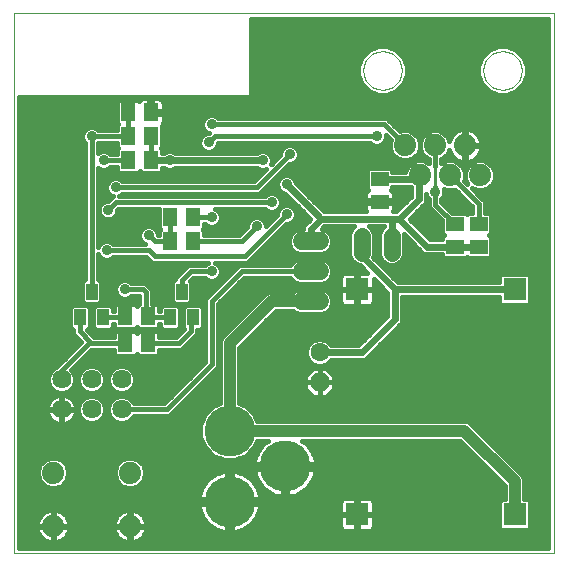
<source format=gbl>
G75*
G70*
%OFA0B0*%
%FSLAX24Y24*%
%IPPOS*%
%LPD*%
%AMOC8*
5,1,8,0,0,1.08239X$1,22.5*
%
%ADD10C,0.0000*%
%ADD11C,0.0740*%
%ADD12R,0.0760X0.0760*%
%ADD13OC8,0.0630*%
%ADD14C,0.0630*%
%ADD15C,0.1700*%
%ADD16R,0.0591X0.0512*%
%ADD17R,0.0394X0.0551*%
%ADD18R,0.0512X0.0591*%
%ADD19C,0.0560*%
%ADD20C,0.0600*%
%ADD21C,0.0640*%
%ADD22C,0.0160*%
%ADD23C,0.1660*%
%ADD24C,0.0356*%
%ADD25C,0.0400*%
%ADD26C,0.0240*%
%ADD27C,0.0100*%
D10*
X000280Y001800D02*
X000280Y019800D01*
X018280Y019800D01*
X018280Y001800D01*
X000280Y001800D01*
X011940Y017900D02*
X011942Y017950D01*
X011948Y018000D01*
X011958Y018049D01*
X011971Y018098D01*
X011989Y018145D01*
X012010Y018191D01*
X012034Y018234D01*
X012062Y018276D01*
X012093Y018316D01*
X012127Y018353D01*
X012164Y018387D01*
X012204Y018418D01*
X012246Y018446D01*
X012289Y018470D01*
X012335Y018491D01*
X012382Y018509D01*
X012431Y018522D01*
X012480Y018532D01*
X012530Y018538D01*
X012580Y018540D01*
X012630Y018538D01*
X012680Y018532D01*
X012729Y018522D01*
X012778Y018509D01*
X012825Y018491D01*
X012871Y018470D01*
X012914Y018446D01*
X012956Y018418D01*
X012996Y018387D01*
X013033Y018353D01*
X013067Y018316D01*
X013098Y018276D01*
X013126Y018234D01*
X013150Y018191D01*
X013171Y018145D01*
X013189Y018098D01*
X013202Y018049D01*
X013212Y018000D01*
X013218Y017950D01*
X013220Y017900D01*
X013218Y017850D01*
X013212Y017800D01*
X013202Y017751D01*
X013189Y017702D01*
X013171Y017655D01*
X013150Y017609D01*
X013126Y017566D01*
X013098Y017524D01*
X013067Y017484D01*
X013033Y017447D01*
X012996Y017413D01*
X012956Y017382D01*
X012914Y017354D01*
X012871Y017330D01*
X012825Y017309D01*
X012778Y017291D01*
X012729Y017278D01*
X012680Y017268D01*
X012630Y017262D01*
X012580Y017260D01*
X012530Y017262D01*
X012480Y017268D01*
X012431Y017278D01*
X012382Y017291D01*
X012335Y017309D01*
X012289Y017330D01*
X012246Y017354D01*
X012204Y017382D01*
X012164Y017413D01*
X012127Y017447D01*
X012093Y017484D01*
X012062Y017524D01*
X012034Y017566D01*
X012010Y017609D01*
X011989Y017655D01*
X011971Y017702D01*
X011958Y017751D01*
X011948Y017800D01*
X011942Y017850D01*
X011940Y017900D01*
X015940Y017900D02*
X015942Y017950D01*
X015948Y018000D01*
X015958Y018049D01*
X015971Y018098D01*
X015989Y018145D01*
X016010Y018191D01*
X016034Y018234D01*
X016062Y018276D01*
X016093Y018316D01*
X016127Y018353D01*
X016164Y018387D01*
X016204Y018418D01*
X016246Y018446D01*
X016289Y018470D01*
X016335Y018491D01*
X016382Y018509D01*
X016431Y018522D01*
X016480Y018532D01*
X016530Y018538D01*
X016580Y018540D01*
X016630Y018538D01*
X016680Y018532D01*
X016729Y018522D01*
X016778Y018509D01*
X016825Y018491D01*
X016871Y018470D01*
X016914Y018446D01*
X016956Y018418D01*
X016996Y018387D01*
X017033Y018353D01*
X017067Y018316D01*
X017098Y018276D01*
X017126Y018234D01*
X017150Y018191D01*
X017171Y018145D01*
X017189Y018098D01*
X017202Y018049D01*
X017212Y018000D01*
X017218Y017950D01*
X017220Y017900D01*
X017218Y017850D01*
X017212Y017800D01*
X017202Y017751D01*
X017189Y017702D01*
X017171Y017655D01*
X017150Y017609D01*
X017126Y017566D01*
X017098Y017524D01*
X017067Y017484D01*
X017033Y017447D01*
X016996Y017413D01*
X016956Y017382D01*
X016914Y017354D01*
X016871Y017330D01*
X016825Y017309D01*
X016778Y017291D01*
X016729Y017278D01*
X016680Y017268D01*
X016630Y017262D01*
X016580Y017260D01*
X016530Y017262D01*
X016480Y017268D01*
X016431Y017278D01*
X016382Y017291D01*
X016335Y017309D01*
X016289Y017330D01*
X016246Y017354D01*
X016204Y017382D01*
X016164Y017413D01*
X016127Y017447D01*
X016093Y017484D01*
X016062Y017524D01*
X016034Y017566D01*
X016010Y017609D01*
X015989Y017655D01*
X015971Y017702D01*
X015958Y017751D01*
X015948Y017800D01*
X015942Y017850D01*
X015940Y017900D01*
D11*
X015330Y015400D03*
X014330Y015400D03*
X013830Y014400D03*
X014830Y014400D03*
X015830Y014400D03*
X013330Y015400D03*
X004160Y004490D03*
X004160Y002710D03*
X001600Y002710D03*
X001600Y004490D03*
D12*
X011730Y003100D03*
X016980Y003100D03*
X016980Y010600D03*
X011730Y010600D03*
D13*
X010480Y007500D03*
D14*
X010480Y008500D03*
D15*
X007480Y005894D03*
X009330Y004713D03*
X007480Y003531D03*
D16*
X014980Y012026D03*
X014980Y012774D03*
X015780Y012774D03*
X015780Y012026D03*
X012480Y013526D03*
X012480Y014274D03*
D17*
X006254Y009667D03*
X005506Y009667D03*
X005880Y010533D03*
X003254Y009667D03*
X002506Y009667D03*
X002880Y010533D03*
D18*
X004006Y009700D03*
X004754Y009700D03*
X004754Y008800D03*
X004006Y008800D03*
X005506Y012200D03*
X006254Y012200D03*
X006254Y013000D03*
X005506Y013000D03*
X004854Y014900D03*
X004854Y015700D03*
X004106Y015700D03*
X004106Y014900D03*
X004106Y016500D03*
X004854Y016500D03*
D19*
X011880Y012380D02*
X011880Y011820D01*
X012880Y011820D02*
X012880Y012380D01*
D20*
X010480Y012200D02*
X009880Y012200D01*
X009880Y011200D02*
X010480Y011200D01*
X010480Y010200D02*
X009880Y010200D01*
D21*
X003880Y007600D03*
X003880Y006600D03*
X002880Y006600D03*
X002880Y007600D03*
X001880Y007600D03*
X001880Y006600D03*
D22*
X001889Y006609D02*
X001871Y006609D01*
X001871Y007100D01*
X001841Y007100D01*
X001763Y007088D01*
X001688Y007063D01*
X001618Y007028D01*
X001554Y006981D01*
X001499Y006926D01*
X001452Y006862D01*
X001417Y006792D01*
X001392Y006717D01*
X001380Y006639D01*
X001380Y006609D01*
X001871Y006609D01*
X001871Y006591D01*
X001380Y006591D01*
X001380Y006561D01*
X001392Y006483D01*
X001417Y006408D01*
X001452Y006338D01*
X001499Y006274D01*
X001554Y006219D01*
X001618Y006172D01*
X001688Y006137D01*
X001763Y006112D01*
X001841Y006100D01*
X001871Y006100D01*
X001871Y006591D01*
X001889Y006591D01*
X001889Y006609D01*
X001889Y007100D01*
X001919Y007100D01*
X001997Y007088D01*
X002072Y007063D01*
X002142Y007028D01*
X002206Y006981D01*
X002261Y006926D01*
X002308Y006862D01*
X002343Y006792D01*
X002368Y006717D01*
X002380Y006639D01*
X002380Y006609D01*
X001889Y006609D01*
X001889Y006591D02*
X002380Y006591D01*
X002380Y006561D01*
X002368Y006483D01*
X002343Y006408D01*
X002308Y006338D01*
X002261Y006274D01*
X002206Y006219D01*
X002142Y006172D01*
X002072Y006137D01*
X001997Y006112D01*
X001919Y006100D01*
X001889Y006100D01*
X001889Y006591D01*
X001889Y006555D02*
X001871Y006555D01*
X001871Y006397D02*
X001889Y006397D01*
X001889Y006238D02*
X001871Y006238D01*
X002225Y006238D02*
X002606Y006238D01*
X002625Y006219D02*
X002790Y006150D01*
X002970Y006150D01*
X003135Y006219D01*
X003261Y006345D01*
X003330Y006510D01*
X003330Y006690D01*
X003261Y006855D01*
X003135Y006981D01*
X002970Y007050D01*
X002790Y007050D01*
X002625Y006981D01*
X002499Y006855D01*
X002430Y006690D01*
X002430Y006510D01*
X002499Y006345D01*
X002625Y006219D01*
X002477Y006397D02*
X002337Y006397D01*
X002379Y006555D02*
X002430Y006555D01*
X002440Y006714D02*
X002368Y006714D01*
X002300Y006872D02*
X002516Y006872D01*
X002743Y007031D02*
X002136Y007031D01*
X002064Y007189D02*
X002696Y007189D01*
X002625Y007219D02*
X002790Y007150D01*
X002970Y007150D01*
X003135Y007219D01*
X003261Y007345D01*
X003330Y007510D01*
X003330Y007690D01*
X003261Y007855D01*
X003135Y007981D01*
X002970Y008050D01*
X002790Y008050D01*
X002625Y007981D01*
X002499Y007855D01*
X002430Y007690D01*
X002430Y007510D01*
X002499Y007345D01*
X002625Y007219D01*
X002498Y007348D02*
X002262Y007348D01*
X002261Y007345D02*
X002330Y007510D01*
X002330Y007690D01*
X002261Y007855D01*
X002197Y007920D01*
X002867Y008590D01*
X003620Y008590D01*
X003620Y008451D01*
X003696Y008375D01*
X004316Y008375D01*
X004380Y008439D01*
X004444Y008375D01*
X005064Y008375D01*
X005140Y008451D01*
X005140Y008590D01*
X005867Y008590D01*
X006267Y008990D01*
X006390Y009113D01*
X006390Y009261D01*
X006505Y009261D01*
X006581Y009337D01*
X006581Y009996D01*
X006505Y010073D01*
X006003Y010073D01*
X005927Y009996D01*
X005927Y009337D01*
X005970Y009295D01*
X005970Y009287D01*
X005693Y009010D01*
X005140Y009010D01*
X005140Y009149D01*
X005064Y009225D01*
X004444Y009225D01*
X004380Y009161D01*
X004316Y009225D01*
X003696Y009225D01*
X003620Y009149D01*
X003620Y009010D01*
X002967Y009010D01*
X002917Y009060D01*
X002716Y009261D01*
X002757Y009261D01*
X002833Y009337D01*
X002833Y009996D01*
X002757Y010073D01*
X002255Y010073D01*
X002179Y009996D01*
X002179Y009337D01*
X002255Y009261D01*
X002270Y009261D01*
X002270Y009113D01*
X002393Y008990D01*
X002533Y008850D01*
X001692Y008009D01*
X001625Y007981D01*
X001499Y007855D01*
X001430Y007690D01*
X001430Y007510D01*
X001499Y007345D01*
X001625Y007219D01*
X001790Y007150D01*
X001970Y007150D01*
X002135Y007219D01*
X002261Y007345D01*
X002328Y007506D02*
X002432Y007506D01*
X002430Y007665D02*
X002330Y007665D01*
X002275Y007823D02*
X002485Y007823D01*
X002625Y007982D02*
X002258Y007982D01*
X002417Y008140D02*
X006623Y008140D01*
X006670Y008187D02*
X005293Y006810D01*
X004280Y006810D01*
X004261Y006855D01*
X004135Y006981D01*
X003970Y007050D01*
X003790Y007050D01*
X003625Y006981D01*
X003499Y006855D01*
X003430Y006690D01*
X003430Y006510D01*
X003499Y006345D01*
X003625Y006219D01*
X003790Y006150D01*
X003970Y006150D01*
X004135Y006219D01*
X004261Y006345D01*
X004280Y006390D01*
X005467Y006390D01*
X006967Y007890D01*
X007090Y008013D01*
X007090Y010113D01*
X007967Y010990D01*
X009502Y010990D01*
X009515Y010956D01*
X009636Y010835D01*
X009794Y010770D01*
X010566Y010770D01*
X010724Y010835D01*
X010845Y010956D01*
X010910Y011114D01*
X010910Y011286D01*
X010845Y011444D01*
X010724Y011565D01*
X010566Y011630D01*
X009794Y011630D01*
X009636Y011565D01*
X009515Y011444D01*
X009502Y011410D01*
X007793Y011410D01*
X007670Y011287D01*
X006670Y010287D01*
X006670Y008187D01*
X006670Y008299D02*
X002575Y008299D01*
X002734Y008457D02*
X003620Y008457D01*
X003790Y008050D02*
X003625Y007981D01*
X003499Y007855D01*
X003430Y007690D01*
X003430Y007510D01*
X003499Y007345D01*
X003625Y007219D01*
X003790Y007150D01*
X003970Y007150D01*
X004135Y007219D01*
X004261Y007345D01*
X004330Y007510D01*
X004330Y007690D01*
X004261Y007855D01*
X004135Y007981D01*
X003970Y008050D01*
X003790Y008050D01*
X003625Y007982D02*
X003135Y007982D01*
X003275Y007823D02*
X003485Y007823D01*
X003430Y007665D02*
X003330Y007665D01*
X003328Y007506D02*
X003432Y007506D01*
X003498Y007348D02*
X003262Y007348D01*
X003064Y007189D02*
X003696Y007189D01*
X003743Y007031D02*
X003017Y007031D01*
X003244Y006872D02*
X003516Y006872D01*
X003440Y006714D02*
X003320Y006714D01*
X003330Y006555D02*
X003430Y006555D01*
X003477Y006397D02*
X003283Y006397D01*
X003154Y006238D02*
X003606Y006238D01*
X003880Y006600D02*
X005380Y006600D01*
X006880Y008100D01*
X006880Y010200D01*
X007880Y011200D01*
X010180Y011200D01*
X009787Y011627D02*
X008204Y011627D01*
X008067Y011490D02*
X009369Y012792D01*
X009441Y012792D01*
X009555Y012839D01*
X009641Y012925D01*
X009688Y013039D01*
X009688Y013161D01*
X009641Y013275D01*
X009555Y013361D01*
X009441Y013408D01*
X009319Y013408D01*
X009205Y013361D01*
X009119Y013275D01*
X009072Y013161D01*
X009072Y013089D01*
X008688Y012705D01*
X008688Y012761D01*
X008641Y012875D01*
X008555Y012961D01*
X008441Y013008D01*
X008319Y013008D01*
X008205Y012961D01*
X008119Y012875D01*
X008072Y012761D01*
X008072Y012689D01*
X007793Y012410D01*
X006640Y012410D01*
X006640Y012549D01*
X006589Y012600D01*
X006640Y012651D01*
X006640Y012790D01*
X006654Y012790D01*
X006705Y012739D01*
X006819Y012692D01*
X006941Y012692D01*
X007055Y012739D01*
X007141Y012825D01*
X007188Y012939D01*
X007188Y013061D01*
X007141Y013175D01*
X007055Y013261D01*
X006985Y013290D01*
X008654Y013290D01*
X008705Y013239D01*
X008819Y013192D01*
X008941Y013192D01*
X009055Y013239D01*
X009141Y013325D01*
X009188Y013439D01*
X009188Y013561D01*
X009141Y013675D01*
X009055Y013761D01*
X008941Y013808D01*
X008819Y013808D01*
X008705Y013761D01*
X008654Y013710D01*
X003785Y013710D01*
X003855Y013739D01*
X003906Y013790D01*
X008467Y013790D01*
X008590Y013913D01*
X009469Y014792D01*
X009541Y014792D01*
X009655Y014839D01*
X009741Y014925D01*
X009788Y015039D01*
X009788Y015161D01*
X009741Y015275D01*
X009655Y015361D01*
X009541Y015408D01*
X009419Y015408D01*
X009305Y015361D01*
X009219Y015275D01*
X009172Y015161D01*
X009172Y015089D01*
X008864Y014781D01*
X008888Y014839D01*
X008888Y014961D01*
X008841Y015075D01*
X008755Y015161D01*
X008641Y015208D01*
X008519Y015208D01*
X008405Y015161D01*
X008394Y015150D01*
X005666Y015150D01*
X005655Y015161D01*
X005541Y015208D01*
X005419Y015208D01*
X005305Y015161D01*
X005294Y015150D01*
X005240Y015150D01*
X005240Y015249D01*
X005189Y015300D01*
X005240Y015351D01*
X005240Y016049D01*
X005224Y016065D01*
X005254Y016094D01*
X005278Y016135D01*
X005290Y016181D01*
X005290Y016452D01*
X004902Y016452D01*
X004902Y016548D01*
X004806Y016548D01*
X004806Y016975D01*
X004574Y016975D01*
X004529Y016963D01*
X004488Y016939D01*
X004454Y016906D01*
X004447Y016894D01*
X004416Y016925D01*
X003796Y016925D01*
X003720Y016849D01*
X003720Y016151D01*
X003771Y016100D01*
X003720Y016049D01*
X003720Y015910D01*
X003106Y015910D01*
X003055Y015961D01*
X002941Y016008D01*
X002819Y016008D01*
X002705Y015961D01*
X002619Y015875D01*
X002572Y015761D01*
X002572Y015639D01*
X002619Y015525D01*
X002670Y015474D01*
X002670Y010939D01*
X002629Y010939D01*
X002553Y010863D01*
X002553Y010204D01*
X002629Y010127D01*
X003131Y010127D01*
X003207Y010204D01*
X003207Y010863D01*
X003131Y010939D01*
X003090Y010939D01*
X003090Y011795D01*
X003119Y011725D01*
X003205Y011639D01*
X003319Y011592D01*
X003441Y011592D01*
X003555Y011639D01*
X003606Y011690D01*
X004693Y011690D01*
X004770Y011613D01*
X004893Y011490D01*
X006775Y011490D01*
X006705Y011461D01*
X006654Y011410D01*
X006093Y011410D01*
X005970Y011287D01*
X005670Y010987D01*
X005670Y010939D01*
X005629Y010939D01*
X005553Y010863D01*
X005553Y010204D01*
X005629Y010127D01*
X006131Y010127D01*
X006207Y010204D01*
X006207Y010863D01*
X006173Y010896D01*
X006267Y010990D01*
X006654Y010990D01*
X006705Y010939D01*
X006819Y010892D01*
X006941Y010892D01*
X007055Y010939D01*
X007141Y011025D01*
X007188Y011139D01*
X007188Y011261D01*
X007141Y011375D01*
X007055Y011461D01*
X006985Y011490D01*
X008067Y011490D01*
X007980Y011700D02*
X009380Y013100D01*
X009611Y012895D02*
X010121Y012895D01*
X010176Y012950D02*
X009968Y012742D01*
X009930Y012650D01*
X009930Y012630D01*
X009794Y012630D01*
X009636Y012565D01*
X009515Y012444D01*
X009450Y012286D01*
X009450Y012114D01*
X009515Y011956D01*
X009636Y011835D01*
X009794Y011770D01*
X010566Y011770D01*
X010724Y011835D01*
X010845Y011956D01*
X010910Y012114D01*
X010910Y012286D01*
X010845Y012444D01*
X010724Y012565D01*
X010566Y012630D01*
X010564Y012630D01*
X010634Y012700D01*
X011620Y012700D01*
X011532Y012612D01*
X011470Y012462D01*
X011470Y011738D01*
X011532Y011588D01*
X011648Y011472D01*
X011798Y011410D01*
X011816Y011410D01*
X012066Y011160D01*
X011748Y011160D01*
X011748Y010618D01*
X012290Y010618D01*
X012290Y010936D01*
X012730Y010496D01*
X012730Y009704D01*
X011776Y008750D01*
X010858Y008750D01*
X010857Y008752D01*
X010732Y008877D01*
X010569Y008945D01*
X010391Y008945D01*
X010228Y008877D01*
X010103Y008752D01*
X010035Y008589D01*
X010035Y008411D01*
X010103Y008248D01*
X010228Y008123D01*
X010391Y008055D01*
X010569Y008055D01*
X010732Y008123D01*
X010857Y008248D01*
X010858Y008250D01*
X011930Y008250D01*
X012022Y008288D01*
X012092Y008358D01*
X012092Y008358D01*
X013122Y009388D01*
X013192Y009458D01*
X013230Y009550D01*
X013230Y010350D01*
X016470Y010350D01*
X016470Y010166D01*
X016546Y010090D01*
X017414Y010090D01*
X017490Y010166D01*
X017490Y011034D01*
X017414Y011110D01*
X016546Y011110D01*
X016470Y011034D01*
X016470Y010850D01*
X013084Y010850D01*
X012262Y011671D01*
X012290Y011738D01*
X012290Y012462D01*
X012228Y012612D01*
X012140Y012700D01*
X012620Y012700D01*
X012532Y012612D01*
X012470Y012462D01*
X012470Y011738D01*
X012532Y011588D01*
X012648Y011472D01*
X012798Y011410D01*
X012962Y011410D01*
X013112Y011472D01*
X013228Y011588D01*
X013290Y011738D01*
X013290Y012436D01*
X013842Y011884D01*
X013912Y011814D01*
X014004Y011776D01*
X014555Y011776D01*
X014555Y011716D01*
X014631Y011640D01*
X015329Y011640D01*
X015380Y011691D01*
X015431Y011640D01*
X016129Y011640D01*
X016205Y011716D01*
X016205Y012336D01*
X016141Y012400D01*
X016205Y012464D01*
X016205Y013084D01*
X016129Y013160D01*
X015990Y013160D01*
X015990Y013537D01*
X015867Y013660D01*
X015554Y013973D01*
X015731Y013900D01*
X015929Y013900D01*
X016113Y013976D01*
X016254Y014117D01*
X016330Y014301D01*
X016330Y014499D01*
X016254Y014683D01*
X016113Y014824D01*
X015929Y014900D01*
X015731Y014900D01*
X015547Y014824D01*
X015406Y014683D01*
X015330Y014499D01*
X015254Y014683D01*
X015113Y014824D01*
X014929Y014900D01*
X014731Y014900D01*
X014547Y014824D01*
X014540Y014817D01*
X014540Y014946D01*
X014613Y014976D01*
X014754Y015117D01*
X014804Y015238D01*
X014820Y015189D01*
X014860Y015112D01*
X014910Y015042D01*
X014972Y014980D01*
X015042Y014930D01*
X015119Y014890D01*
X015201Y014864D01*
X015287Y014850D01*
X015310Y014850D01*
X015310Y015380D01*
X015350Y015380D01*
X015350Y015420D01*
X015880Y015420D01*
X015880Y015443D01*
X015866Y015529D01*
X015840Y015611D01*
X015800Y015688D01*
X015750Y015758D01*
X015688Y015820D01*
X015618Y015870D01*
X015541Y015910D01*
X015459Y015936D01*
X015373Y015950D01*
X015350Y015950D01*
X015350Y015420D01*
X015310Y015420D01*
X015310Y015950D01*
X015287Y015950D01*
X015201Y015936D01*
X015119Y015910D01*
X015042Y015870D01*
X014972Y015820D01*
X014910Y015758D01*
X014860Y015688D01*
X014820Y015611D01*
X014804Y015562D01*
X014754Y015683D01*
X014613Y015824D01*
X014429Y015900D01*
X014231Y015900D01*
X014047Y015824D01*
X013906Y015683D01*
X013830Y015499D01*
X013754Y015683D01*
X013613Y015824D01*
X013429Y015900D01*
X013231Y015900D01*
X013157Y015870D01*
X012717Y016310D01*
X007106Y016310D01*
X007055Y016361D01*
X006941Y016408D01*
X006819Y016408D01*
X006705Y016361D01*
X006619Y016275D01*
X006572Y016161D01*
X006572Y016039D01*
X006619Y015925D01*
X006705Y015839D01*
X006780Y015808D01*
X006719Y015808D01*
X006605Y015761D01*
X006519Y015675D01*
X006472Y015561D01*
X006472Y015439D01*
X006519Y015325D01*
X006605Y015239D01*
X006719Y015192D01*
X006841Y015192D01*
X006955Y015239D01*
X007041Y015325D01*
X007088Y015439D01*
X007088Y015490D01*
X012154Y015490D01*
X012205Y015439D01*
X012319Y015392D01*
X012441Y015392D01*
X012555Y015439D01*
X012641Y015525D01*
X012688Y015639D01*
X012688Y015745D01*
X012860Y015573D01*
X012830Y015499D01*
X012830Y015301D01*
X012906Y015117D01*
X013047Y014976D01*
X013231Y014900D01*
X013429Y014900D01*
X013613Y014976D01*
X013754Y015117D01*
X013830Y015301D01*
X013830Y015499D01*
X013830Y015301D01*
X013906Y015117D01*
X014047Y014976D01*
X014120Y014946D01*
X014120Y014817D01*
X014113Y014824D01*
X013929Y014900D01*
X013731Y014900D01*
X013547Y014824D01*
X013406Y014683D01*
X013340Y014524D01*
X012905Y014524D01*
X012905Y014584D01*
X012829Y014660D01*
X012131Y014660D01*
X012055Y014584D01*
X012055Y013964D01*
X012086Y013933D01*
X012074Y013926D01*
X012041Y013892D01*
X012017Y013851D01*
X012005Y013806D01*
X012005Y013574D01*
X012432Y013574D01*
X012432Y013478D01*
X012005Y013478D01*
X012005Y013246D01*
X012017Y013201D01*
X012017Y013200D01*
X010634Y013200D01*
X009688Y014145D01*
X009688Y014161D01*
X009641Y014275D01*
X009555Y014361D01*
X009441Y014408D01*
X009319Y014408D01*
X009205Y014361D01*
X009119Y014275D01*
X009072Y014161D01*
X009072Y014039D01*
X009119Y013925D01*
X009205Y013839D01*
X009319Y013792D01*
X009335Y013792D01*
X010176Y012950D01*
X010073Y013054D02*
X009688Y013054D01*
X009667Y013212D02*
X009914Y013212D01*
X009756Y013371D02*
X009532Y013371D01*
X009597Y013529D02*
X009188Y013529D01*
X009160Y013371D02*
X009228Y013371D01*
X009093Y013212D02*
X008990Y013212D01*
X009037Y013054D02*
X007188Y013054D01*
X007170Y012895D02*
X008139Y012895D01*
X008072Y012737D02*
X007049Y012737D01*
X006711Y012737D02*
X006640Y012737D01*
X006611Y012578D02*
X007961Y012578D01*
X007803Y012420D02*
X006640Y012420D01*
X006254Y012200D02*
X007880Y012200D01*
X008380Y012700D01*
X008621Y012895D02*
X008878Y012895D01*
X008720Y012737D02*
X008688Y012737D01*
X008997Y012420D02*
X009505Y012420D01*
X009450Y012261D02*
X008838Y012261D01*
X008680Y012103D02*
X009455Y012103D01*
X009528Y011944D02*
X008521Y011944D01*
X008363Y011786D02*
X009757Y011786D01*
X009540Y011469D02*
X007037Y011469D01*
X007168Y011310D02*
X007693Y011310D01*
X007535Y011152D02*
X007188Y011152D01*
X007109Y010993D02*
X007376Y010993D01*
X007218Y010835D02*
X006207Y010835D01*
X006207Y010676D02*
X007059Y010676D01*
X006901Y010518D02*
X006207Y010518D01*
X006207Y010359D02*
X006742Y010359D01*
X006670Y010201D02*
X006204Y010201D01*
X005973Y010042D02*
X005787Y010042D01*
X005757Y010073D02*
X005255Y010073D01*
X005179Y009996D01*
X005179Y009877D01*
X005140Y009877D01*
X005140Y010049D01*
X005064Y010125D01*
X004890Y010125D01*
X004890Y010587D01*
X004767Y010710D01*
X004667Y010810D01*
X004206Y010810D01*
X004155Y010861D01*
X004041Y010908D01*
X003919Y010908D01*
X003805Y010861D01*
X003719Y010775D01*
X003672Y010661D01*
X003672Y010539D01*
X003719Y010425D01*
X003805Y010339D01*
X003919Y010292D01*
X004041Y010292D01*
X004155Y010339D01*
X004206Y010390D01*
X004470Y010390D01*
X004470Y010125D01*
X004444Y010125D01*
X004380Y010061D01*
X004316Y010125D01*
X003696Y010125D01*
X003620Y010049D01*
X003620Y009877D01*
X003581Y009877D01*
X003581Y009996D01*
X003505Y010073D01*
X003003Y010073D01*
X002927Y009996D01*
X002927Y009337D01*
X003003Y009261D01*
X003505Y009261D01*
X003581Y009337D01*
X003581Y009457D01*
X003620Y009457D01*
X003620Y009351D01*
X003696Y009275D01*
X004316Y009275D01*
X004380Y009339D01*
X004444Y009275D01*
X005064Y009275D01*
X005140Y009351D01*
X005140Y009457D01*
X005179Y009457D01*
X005179Y009337D01*
X005255Y009261D01*
X005757Y009261D01*
X005833Y009337D01*
X005833Y009996D01*
X005757Y010073D01*
X005833Y009884D02*
X005927Y009884D01*
X005927Y009725D02*
X005833Y009725D01*
X005833Y009567D02*
X005927Y009567D01*
X005927Y009408D02*
X005833Y009408D01*
X005933Y009250D02*
X002727Y009250D01*
X002833Y009408D02*
X002927Y009408D01*
X002927Y009567D02*
X002833Y009567D01*
X002833Y009725D02*
X002927Y009725D01*
X002927Y009884D02*
X002833Y009884D01*
X002787Y010042D02*
X002973Y010042D01*
X003204Y010201D02*
X004470Y010201D01*
X004470Y010359D02*
X004175Y010359D01*
X003980Y010600D02*
X004580Y010600D01*
X004680Y010500D01*
X004680Y009774D01*
X004754Y009700D01*
X004754Y009667D01*
X005506Y009667D01*
X005179Y009884D02*
X005140Y009884D01*
X005140Y010042D02*
X005225Y010042D01*
X005556Y010201D02*
X004890Y010201D01*
X004890Y010359D02*
X005553Y010359D01*
X005553Y010518D02*
X004890Y010518D01*
X004801Y010676D02*
X005553Y010676D01*
X005553Y010835D02*
X004181Y010835D01*
X003779Y010835D02*
X003207Y010835D01*
X003207Y010676D02*
X003678Y010676D01*
X003681Y010518D02*
X003207Y010518D01*
X003207Y010359D02*
X003785Y010359D01*
X003620Y010042D02*
X003535Y010042D01*
X003581Y009884D02*
X003620Y009884D01*
X003254Y009667D02*
X004006Y009667D01*
X004006Y009700D01*
X003620Y009408D02*
X003581Y009408D01*
X003620Y009091D02*
X002886Y009091D01*
X002830Y008850D02*
X001880Y007900D01*
X001880Y007600D01*
X001696Y007189D02*
X000460Y007189D01*
X000460Y007031D02*
X001624Y007031D01*
X001460Y006872D02*
X000460Y006872D01*
X000460Y006714D02*
X001392Y006714D01*
X001381Y006555D02*
X000460Y006555D01*
X000460Y006397D02*
X001423Y006397D01*
X001535Y006238D02*
X000460Y006238D01*
X000460Y006080D02*
X006500Y006080D01*
X006500Y006089D02*
X006500Y005699D01*
X006649Y005339D01*
X006925Y005063D01*
X007285Y004914D01*
X007675Y004914D01*
X008035Y005063D01*
X008311Y005339D01*
X008404Y005564D01*
X008749Y005564D01*
X008733Y005554D01*
X008643Y005482D01*
X008561Y005400D01*
X008489Y005310D01*
X008427Y005212D01*
X008377Y005107D01*
X008339Y004998D01*
X008313Y004885D01*
X008303Y004793D01*
X009250Y004793D01*
X009250Y004633D01*
X008303Y004633D01*
X008313Y004540D01*
X008339Y004427D01*
X008377Y004318D01*
X008427Y004214D01*
X008489Y004116D01*
X008561Y004025D01*
X008643Y003943D01*
X008733Y003871D01*
X008831Y003810D01*
X008936Y003760D01*
X009045Y003721D01*
X009158Y003696D01*
X009250Y003685D01*
X009250Y004633D01*
X009410Y004633D01*
X009410Y004793D01*
X010358Y004793D01*
X010347Y004885D01*
X010322Y004998D01*
X010283Y005107D01*
X010233Y005212D01*
X010172Y005310D01*
X010100Y005400D01*
X010018Y005482D01*
X009927Y005554D01*
X009912Y005564D01*
X015150Y005564D01*
X016650Y004063D01*
X016650Y003610D01*
X016546Y003610D01*
X016470Y003534D01*
X016470Y002666D01*
X016546Y002590D01*
X017414Y002590D01*
X017490Y002666D01*
X017490Y003534D01*
X017414Y003610D01*
X017310Y003610D01*
X017310Y004266D01*
X017260Y004387D01*
X017167Y004480D01*
X015473Y006173D01*
X015352Y006224D01*
X008404Y006224D01*
X008311Y006449D01*
X008035Y006725D01*
X007810Y006818D01*
X007810Y008663D01*
X009017Y009870D01*
X009602Y009870D01*
X009636Y009835D01*
X009794Y009770D01*
X010566Y009770D01*
X010724Y009835D01*
X010845Y009956D01*
X010910Y010114D01*
X010910Y010286D01*
X010845Y010444D01*
X010724Y010565D01*
X010566Y010630D01*
X009794Y010630D01*
X009636Y010565D01*
X009602Y010530D01*
X008814Y010530D01*
X008693Y010480D01*
X008600Y010387D01*
X007200Y008987D01*
X007150Y008866D01*
X007150Y006818D01*
X006925Y006725D01*
X006649Y006449D01*
X006500Y006089D01*
X006562Y006238D02*
X004154Y006238D01*
X004244Y006872D02*
X005355Y006872D01*
X005514Y007031D02*
X004017Y007031D01*
X004064Y007189D02*
X005672Y007189D01*
X005831Y007348D02*
X004262Y007348D01*
X004328Y007506D02*
X005989Y007506D01*
X006148Y007665D02*
X004330Y007665D01*
X004275Y007823D02*
X006306Y007823D01*
X006465Y007982D02*
X004135Y007982D01*
X003980Y008774D02*
X004006Y008800D01*
X002880Y008800D01*
X002830Y008850D01*
X002480Y009200D01*
X002480Y009641D01*
X002506Y009667D01*
X002179Y009725D02*
X000460Y009725D01*
X000460Y009567D02*
X002179Y009567D01*
X002179Y009408D02*
X000460Y009408D01*
X000460Y009250D02*
X002270Y009250D01*
X002292Y009091D02*
X000460Y009091D01*
X000460Y008933D02*
X002451Y008933D01*
X002457Y008774D02*
X000460Y008774D01*
X000460Y008616D02*
X002299Y008616D01*
X002140Y008457D02*
X000460Y008457D01*
X000460Y008299D02*
X001982Y008299D01*
X001823Y008140D02*
X000460Y008140D01*
X000460Y007982D02*
X001625Y007982D01*
X001485Y007823D02*
X000460Y007823D01*
X000460Y007665D02*
X001430Y007665D01*
X001432Y007506D02*
X000460Y007506D01*
X000460Y007348D02*
X001498Y007348D01*
X001871Y007031D02*
X001889Y007031D01*
X001889Y006872D02*
X001871Y006872D01*
X001871Y006714D02*
X001889Y006714D01*
X000460Y005921D02*
X006500Y005921D01*
X006500Y005763D02*
X000460Y005763D01*
X000460Y005604D02*
X006539Y005604D01*
X006605Y005446D02*
X000460Y005446D01*
X000460Y005287D02*
X006701Y005287D01*
X006859Y005129D02*
X000460Y005129D01*
X000460Y004970D02*
X001452Y004970D01*
X001501Y004990D02*
X001317Y004914D01*
X001176Y004773D01*
X001100Y004589D01*
X001100Y004391D01*
X001176Y004207D01*
X001317Y004066D01*
X001501Y003990D01*
X001699Y003990D01*
X001883Y004066D01*
X002024Y004207D01*
X002100Y004391D01*
X002100Y004589D01*
X002024Y004773D01*
X001883Y004914D01*
X001699Y004990D01*
X001501Y004990D01*
X001748Y004970D02*
X004012Y004970D01*
X004061Y004990D02*
X003877Y004914D01*
X003736Y004773D01*
X003660Y004589D01*
X003660Y004391D01*
X003736Y004207D01*
X003877Y004066D01*
X004061Y003990D01*
X004259Y003990D01*
X004443Y004066D01*
X004584Y004207D01*
X004660Y004391D01*
X004660Y004589D01*
X004584Y004773D01*
X004443Y004914D01*
X004259Y004990D01*
X004061Y004990D01*
X003774Y004812D02*
X001986Y004812D01*
X002074Y004653D02*
X003686Y004653D01*
X003660Y004495D02*
X002100Y004495D01*
X002077Y004336D02*
X003683Y004336D01*
X003765Y004178D02*
X001995Y004178D01*
X001769Y004019D02*
X003991Y004019D01*
X004329Y004019D02*
X006572Y004019D01*
X006577Y004031D02*
X006527Y003926D01*
X006489Y003817D01*
X006463Y003704D01*
X006452Y003611D01*
X007400Y003611D01*
X007400Y003451D01*
X007560Y003451D01*
X007560Y002504D01*
X007653Y002514D01*
X007766Y002540D01*
X007875Y002578D01*
X007979Y002629D01*
X008077Y002690D01*
X008167Y002762D01*
X008249Y002844D01*
X008321Y002935D01*
X008383Y003032D01*
X008433Y003137D01*
X008471Y003246D01*
X008497Y003359D01*
X008508Y003451D01*
X007560Y003451D01*
X007560Y003611D01*
X008508Y003611D01*
X008497Y003704D01*
X008471Y003817D01*
X008433Y003926D01*
X008383Y004031D01*
X008321Y004128D01*
X008249Y004219D01*
X008167Y004301D01*
X008077Y004373D01*
X007979Y004434D01*
X007875Y004485D01*
X007766Y004523D01*
X007653Y004549D01*
X007560Y004559D01*
X007560Y003612D01*
X007400Y003612D01*
X007400Y004559D01*
X007307Y004549D01*
X007194Y004523D01*
X007085Y004485D01*
X006981Y004434D01*
X006883Y004373D01*
X006793Y004301D01*
X006711Y004219D01*
X006639Y004128D01*
X006577Y004031D01*
X006678Y004178D02*
X004555Y004178D01*
X004637Y004336D02*
X006837Y004336D01*
X007114Y004495D02*
X004660Y004495D01*
X004634Y004653D02*
X009250Y004653D01*
X009250Y004495D02*
X009410Y004495D01*
X009410Y004633D02*
X009410Y003685D01*
X009503Y003696D01*
X009616Y003721D01*
X009725Y003760D01*
X009829Y003810D01*
X009927Y003871D01*
X010018Y003943D01*
X010100Y004025D01*
X010172Y004116D01*
X010233Y004214D01*
X010283Y004318D01*
X010322Y004427D01*
X010347Y004540D01*
X010358Y004633D01*
X009410Y004633D01*
X009410Y004653D02*
X016060Y004653D01*
X015902Y004812D02*
X010356Y004812D01*
X010328Y004970D02*
X015743Y004970D01*
X015585Y005129D02*
X010273Y005129D01*
X010186Y005287D02*
X015426Y005287D01*
X015268Y005446D02*
X010054Y005446D01*
X010337Y004495D02*
X016219Y004495D01*
X016377Y004336D02*
X010290Y004336D01*
X010211Y004178D02*
X016536Y004178D01*
X016650Y004019D02*
X010093Y004019D01*
X009910Y003861D02*
X016650Y003861D01*
X016650Y003702D02*
X009531Y003702D01*
X009410Y003702D02*
X009250Y003702D01*
X009129Y003702D02*
X008497Y003702D01*
X008456Y003861D02*
X008751Y003861D01*
X008567Y004019D02*
X008388Y004019D01*
X008450Y004178D02*
X008282Y004178D01*
X008371Y004336D02*
X008123Y004336D01*
X008324Y004495D02*
X007846Y004495D01*
X007560Y004495D02*
X007400Y004495D01*
X007400Y004336D02*
X007560Y004336D01*
X007560Y004178D02*
X007400Y004178D01*
X007400Y004019D02*
X007560Y004019D01*
X007560Y003861D02*
X007400Y003861D01*
X007400Y003702D02*
X007560Y003702D01*
X007560Y003544D02*
X011181Y003544D01*
X011182Y003549D02*
X011170Y003504D01*
X011170Y003118D01*
X011712Y003118D01*
X011712Y003660D01*
X011326Y003660D01*
X011281Y003648D01*
X011239Y003624D01*
X011206Y003591D01*
X011182Y003549D01*
X011170Y003385D02*
X008500Y003385D01*
X008465Y003227D02*
X011170Y003227D01*
X011170Y003082D02*
X011170Y002696D01*
X011182Y002651D01*
X011206Y002609D01*
X011239Y002576D01*
X011281Y002552D01*
X011326Y002540D01*
X011712Y002540D01*
X011712Y003082D01*
X011748Y003082D01*
X011748Y003118D01*
X011712Y003118D01*
X011712Y003082D01*
X011170Y003082D01*
X011170Y003068D02*
X008400Y003068D01*
X008301Y002910D02*
X011170Y002910D01*
X011170Y002751D02*
X008153Y002751D01*
X007904Y002593D02*
X011223Y002593D01*
X011712Y002593D02*
X011748Y002593D01*
X011748Y002540D02*
X012134Y002540D01*
X012179Y002552D01*
X012221Y002576D01*
X012254Y002609D01*
X012278Y002651D01*
X012290Y002696D01*
X012290Y003082D01*
X011748Y003082D01*
X011748Y002540D01*
X011748Y002751D02*
X011712Y002751D01*
X011712Y002910D02*
X011748Y002910D01*
X011748Y003068D02*
X011712Y003068D01*
X011748Y003118D02*
X012290Y003118D01*
X012290Y003504D01*
X012278Y003549D01*
X012254Y003591D01*
X012221Y003624D01*
X012179Y003648D01*
X012134Y003660D01*
X011748Y003660D01*
X011748Y003118D01*
X011748Y003227D02*
X011712Y003227D01*
X011712Y003385D02*
X011748Y003385D01*
X011748Y003544D02*
X011712Y003544D01*
X012279Y003544D02*
X016480Y003544D01*
X016470Y003385D02*
X012290Y003385D01*
X012290Y003227D02*
X016470Y003227D01*
X016470Y003068D02*
X012290Y003068D01*
X012290Y002910D02*
X016470Y002910D01*
X016470Y002751D02*
X012290Y002751D01*
X012237Y002593D02*
X016544Y002593D01*
X017416Y002593D02*
X018100Y002593D01*
X018100Y002751D02*
X017490Y002751D01*
X017490Y002910D02*
X018100Y002910D01*
X018100Y003068D02*
X017490Y003068D01*
X017490Y003227D02*
X018100Y003227D01*
X018100Y003385D02*
X017490Y003385D01*
X017480Y003544D02*
X018100Y003544D01*
X018100Y003702D02*
X017310Y003702D01*
X017310Y003861D02*
X018100Y003861D01*
X018100Y004019D02*
X017310Y004019D01*
X017310Y004178D02*
X018100Y004178D01*
X018100Y004336D02*
X017281Y004336D01*
X017152Y004495D02*
X018100Y004495D01*
X018100Y004653D02*
X016994Y004653D01*
X016835Y004812D02*
X018100Y004812D01*
X018100Y004970D02*
X016677Y004970D01*
X016518Y005129D02*
X018100Y005129D01*
X018100Y005287D02*
X016360Y005287D01*
X016201Y005446D02*
X018100Y005446D01*
X018100Y005604D02*
X016043Y005604D01*
X015884Y005763D02*
X018100Y005763D01*
X018100Y005921D02*
X015726Y005921D01*
X015567Y006080D02*
X018100Y006080D01*
X018100Y006238D02*
X008398Y006238D01*
X008332Y006397D02*
X018100Y006397D01*
X018100Y006555D02*
X008205Y006555D01*
X008046Y006714D02*
X018100Y006714D01*
X018100Y006872D02*
X007810Y006872D01*
X007810Y007031D02*
X010249Y007031D01*
X010275Y007005D02*
X009985Y007295D01*
X009985Y007500D01*
X010480Y007500D01*
X010480Y007500D01*
X010480Y007995D01*
X010685Y007995D01*
X010975Y007705D01*
X010975Y007500D01*
X010480Y007500D01*
X010480Y007500D01*
X010480Y007500D01*
X010480Y007995D01*
X010275Y007995D01*
X009985Y007705D01*
X009985Y007500D01*
X010480Y007500D01*
X010975Y007500D01*
X010975Y007295D01*
X010685Y007005D01*
X010480Y007005D01*
X010480Y007500D01*
X010480Y007500D01*
X010480Y007005D01*
X010275Y007005D01*
X010480Y007031D02*
X010480Y007031D01*
X010480Y007189D02*
X010480Y007189D01*
X010480Y007348D02*
X010480Y007348D01*
X010480Y007506D02*
X010480Y007506D01*
X010480Y007665D02*
X010480Y007665D01*
X010480Y007823D02*
X010480Y007823D01*
X010480Y007982D02*
X010480Y007982D01*
X010699Y007982D02*
X018100Y007982D01*
X018100Y008140D02*
X010749Y008140D01*
X010857Y007823D02*
X018100Y007823D01*
X018100Y007665D02*
X010975Y007665D01*
X010975Y007506D02*
X018100Y007506D01*
X018100Y007348D02*
X010975Y007348D01*
X010869Y007189D02*
X018100Y007189D01*
X018100Y007031D02*
X010711Y007031D01*
X010091Y007189D02*
X007810Y007189D01*
X007810Y007348D02*
X009985Y007348D01*
X009985Y007506D02*
X007810Y007506D01*
X007810Y007665D02*
X009985Y007665D01*
X010103Y007823D02*
X007810Y007823D01*
X007810Y007982D02*
X010261Y007982D01*
X010211Y008140D02*
X007810Y008140D01*
X007810Y008299D02*
X010082Y008299D01*
X010035Y008457D02*
X007810Y008457D01*
X007810Y008616D02*
X010046Y008616D01*
X010125Y008774D02*
X007921Y008774D01*
X008079Y008933D02*
X010361Y008933D01*
X010599Y008933D02*
X011959Y008933D01*
X012117Y009091D02*
X008238Y009091D01*
X008396Y009250D02*
X012276Y009250D01*
X012434Y009408D02*
X008555Y009408D01*
X008713Y009567D02*
X012593Y009567D01*
X012730Y009725D02*
X008872Y009725D01*
X008414Y010201D02*
X007177Y010201D01*
X007090Y010042D02*
X008255Y010042D01*
X008097Y009884D02*
X007090Y009884D01*
X007090Y009725D02*
X007938Y009725D01*
X007780Y009567D02*
X007090Y009567D01*
X007090Y009408D02*
X007621Y009408D01*
X007463Y009250D02*
X007090Y009250D01*
X007090Y009091D02*
X007304Y009091D01*
X007178Y008933D02*
X007090Y008933D01*
X007090Y008774D02*
X007150Y008774D01*
X007150Y008616D02*
X007090Y008616D01*
X007090Y008457D02*
X007150Y008457D01*
X007150Y008299D02*
X007090Y008299D01*
X007090Y008140D02*
X007150Y008140D01*
X007150Y007982D02*
X007058Y007982D01*
X007150Y007823D02*
X006900Y007823D01*
X006741Y007665D02*
X007150Y007665D01*
X007150Y007506D02*
X006583Y007506D01*
X006424Y007348D02*
X007150Y007348D01*
X007150Y007189D02*
X006266Y007189D01*
X006107Y007031D02*
X007150Y007031D01*
X007150Y006872D02*
X005949Y006872D01*
X005790Y006714D02*
X006914Y006714D01*
X006755Y006555D02*
X005632Y006555D01*
X005473Y006397D02*
X006628Y006397D01*
X007149Y004970D02*
X004308Y004970D01*
X004546Y004812D02*
X008305Y004812D01*
X008333Y004970D02*
X007811Y004970D01*
X008101Y005129D02*
X008387Y005129D01*
X008475Y005287D02*
X008259Y005287D01*
X008355Y005446D02*
X008607Y005446D01*
X009250Y004336D02*
X009410Y004336D01*
X009410Y004178D02*
X009250Y004178D01*
X009250Y004019D02*
X009410Y004019D01*
X009410Y003861D02*
X009250Y003861D01*
X007560Y003385D02*
X007400Y003385D01*
X007400Y003451D02*
X007400Y002504D01*
X007307Y002514D01*
X007194Y002540D01*
X007085Y002578D01*
X006981Y002629D01*
X006883Y002690D01*
X006793Y002762D01*
X006711Y002844D01*
X006639Y002935D01*
X006577Y003032D01*
X006527Y003137D01*
X006489Y003246D01*
X006463Y003359D01*
X006452Y003451D01*
X007400Y003451D01*
X007400Y003544D02*
X000460Y003544D01*
X000460Y003702D02*
X006463Y003702D01*
X006504Y003861D02*
X000460Y003861D01*
X000460Y004019D02*
X001431Y004019D01*
X001205Y004178D02*
X000460Y004178D01*
X000460Y004336D02*
X001123Y004336D01*
X001100Y004495D02*
X000460Y004495D01*
X000460Y004653D02*
X001126Y004653D01*
X001214Y004812D02*
X000460Y004812D01*
X000460Y003385D02*
X006460Y003385D01*
X006495Y003227D02*
X004350Y003227D01*
X004371Y003220D02*
X004289Y003246D01*
X004203Y003260D01*
X004180Y003260D01*
X004180Y002730D01*
X004710Y002730D01*
X004710Y002753D01*
X004696Y002839D01*
X004670Y002921D01*
X004630Y002998D01*
X004580Y003068D01*
X006560Y003068D01*
X006659Y002910D02*
X004673Y002910D01*
X004710Y002751D02*
X006807Y002751D01*
X007056Y002593D02*
X004698Y002593D01*
X004696Y002581D02*
X004710Y002667D01*
X004710Y002690D01*
X004180Y002690D01*
X004180Y002730D01*
X004140Y002730D01*
X004140Y003260D01*
X004117Y003260D01*
X004031Y003246D01*
X003949Y003220D01*
X003872Y003180D01*
X003802Y003130D01*
X003740Y003068D01*
X002020Y003068D01*
X001958Y003130D01*
X001888Y003180D01*
X001811Y003220D01*
X001729Y003246D01*
X001643Y003260D01*
X001620Y003260D01*
X001620Y002730D01*
X002150Y002730D01*
X002150Y002753D01*
X002136Y002839D01*
X002110Y002921D01*
X002070Y002998D01*
X002020Y003068D01*
X002113Y002910D02*
X003647Y002910D01*
X003650Y002921D02*
X003624Y002839D01*
X003610Y002753D01*
X003610Y002730D01*
X004140Y002730D01*
X004140Y002690D01*
X004180Y002690D01*
X004180Y002160D01*
X004203Y002160D01*
X004289Y002174D01*
X004371Y002200D01*
X004448Y002240D01*
X004518Y002290D01*
X004580Y002352D01*
X004630Y002422D01*
X004670Y002499D01*
X004696Y002581D01*
X004637Y002434D02*
X018100Y002434D01*
X018100Y002276D02*
X004498Y002276D01*
X004180Y002276D02*
X004140Y002276D01*
X004140Y002160D02*
X004140Y002690D01*
X003610Y002690D01*
X003610Y002667D01*
X003624Y002581D01*
X003650Y002499D01*
X003690Y002422D01*
X003740Y002352D01*
X003802Y002290D01*
X003872Y002240D01*
X003949Y002200D01*
X004031Y002174D01*
X004117Y002160D01*
X004140Y002160D01*
X004140Y002434D02*
X004180Y002434D01*
X004180Y002593D02*
X004140Y002593D01*
X004140Y002751D02*
X004180Y002751D01*
X004180Y002910D02*
X004140Y002910D01*
X004140Y003068D02*
X004180Y003068D01*
X004180Y003227D02*
X004140Y003227D01*
X003970Y003227D02*
X001790Y003227D01*
X001620Y003227D02*
X001580Y003227D01*
X001580Y003260D02*
X001557Y003260D01*
X001471Y003246D01*
X001389Y003220D01*
X001312Y003180D01*
X001242Y003130D01*
X001180Y003068D01*
X000460Y003068D01*
X000460Y002910D02*
X001087Y002910D01*
X001090Y002921D02*
X001064Y002839D01*
X001050Y002753D01*
X001050Y002730D01*
X001580Y002730D01*
X001580Y003260D01*
X001410Y003227D02*
X000460Y003227D01*
X000460Y002751D02*
X001050Y002751D01*
X001050Y002690D02*
X001050Y002667D01*
X001064Y002581D01*
X001090Y002499D01*
X001130Y002422D01*
X001180Y002352D01*
X001242Y002290D01*
X001312Y002240D01*
X001389Y002200D01*
X001471Y002174D01*
X001557Y002160D01*
X001580Y002160D01*
X001580Y002690D01*
X001620Y002690D01*
X001620Y002730D01*
X001580Y002730D01*
X001580Y002690D01*
X001050Y002690D01*
X001062Y002593D02*
X000460Y002593D01*
X000460Y002434D02*
X001123Y002434D01*
X001262Y002276D02*
X000460Y002276D01*
X000460Y002117D02*
X018100Y002117D01*
X018100Y001980D02*
X000460Y001980D01*
X000460Y017000D01*
X008180Y017000D01*
X008180Y019620D01*
X018100Y019620D01*
X018100Y001980D01*
X018100Y008299D02*
X012032Y008299D01*
X012191Y008457D02*
X018100Y008457D01*
X018100Y008616D02*
X012349Y008616D01*
X012508Y008774D02*
X018100Y008774D01*
X018100Y008933D02*
X012666Y008933D01*
X012825Y009091D02*
X018100Y009091D01*
X018100Y009250D02*
X012983Y009250D01*
X013122Y009388D02*
X013122Y009388D01*
X013142Y009408D02*
X018100Y009408D01*
X018100Y009567D02*
X013230Y009567D01*
X013230Y009725D02*
X018100Y009725D01*
X018100Y009884D02*
X013230Y009884D01*
X013230Y010042D02*
X018100Y010042D01*
X018100Y010201D02*
X017490Y010201D01*
X017490Y010359D02*
X018100Y010359D01*
X018100Y010518D02*
X017490Y010518D01*
X017490Y010676D02*
X018100Y010676D01*
X018100Y010835D02*
X017490Y010835D01*
X017490Y010993D02*
X018100Y010993D01*
X018100Y011152D02*
X012782Y011152D01*
X012624Y011310D02*
X018100Y011310D01*
X018100Y011469D02*
X013103Y011469D01*
X013244Y011627D02*
X018100Y011627D01*
X018100Y011786D02*
X016205Y011786D01*
X016205Y011944D02*
X018100Y011944D01*
X018100Y012103D02*
X016205Y012103D01*
X016205Y012261D02*
X018100Y012261D01*
X018100Y012420D02*
X016161Y012420D01*
X016205Y012578D02*
X018100Y012578D01*
X018100Y012737D02*
X016205Y012737D01*
X016205Y012895D02*
X018100Y012895D01*
X018100Y013054D02*
X016205Y013054D01*
X015990Y013212D02*
X018100Y013212D01*
X018100Y013371D02*
X015990Y013371D01*
X015990Y013529D02*
X018100Y013529D01*
X018100Y013688D02*
X015839Y013688D01*
X015681Y013846D02*
X018100Y013846D01*
X018100Y014005D02*
X016142Y014005D01*
X016273Y014163D02*
X018100Y014163D01*
X018100Y014322D02*
X016330Y014322D01*
X016330Y014480D02*
X018100Y014480D01*
X018100Y014639D02*
X016272Y014639D01*
X016140Y014797D02*
X018100Y014797D01*
X018100Y014956D02*
X015654Y014956D01*
X015688Y014980D02*
X015750Y015042D01*
X015800Y015112D01*
X015840Y015189D01*
X015866Y015271D01*
X015880Y015357D01*
X015880Y015380D01*
X015350Y015380D01*
X015350Y014850D01*
X015373Y014850D01*
X015459Y014864D01*
X015541Y014890D01*
X015618Y014930D01*
X015688Y014980D01*
X015802Y015114D02*
X018100Y015114D01*
X018100Y015273D02*
X015867Y015273D01*
X015880Y015431D02*
X018100Y015431D01*
X018100Y015590D02*
X015847Y015590D01*
X015757Y015748D02*
X018100Y015748D01*
X018100Y015907D02*
X015547Y015907D01*
X015350Y015907D02*
X015310Y015907D01*
X015310Y015748D02*
X015350Y015748D01*
X015350Y015590D02*
X015310Y015590D01*
X015310Y015431D02*
X015350Y015431D01*
X015350Y015273D02*
X015310Y015273D01*
X015310Y015114D02*
X015350Y015114D01*
X015350Y014956D02*
X015310Y014956D01*
X015140Y014797D02*
X015520Y014797D01*
X015388Y014639D02*
X015272Y014639D01*
X015330Y014499D02*
X015330Y014301D01*
X015300Y014227D01*
X015403Y014124D01*
X015330Y014301D01*
X015330Y014499D01*
X015330Y014480D02*
X015330Y014480D01*
X015330Y014322D02*
X015330Y014322D01*
X015364Y014163D02*
X015387Y014163D01*
X015087Y013846D02*
X014638Y013846D01*
X014638Y013789D02*
X014638Y013911D01*
X014625Y013944D01*
X014731Y013900D01*
X014929Y013900D01*
X015003Y013930D01*
X015570Y013363D01*
X015570Y013160D01*
X015431Y013160D01*
X015380Y013109D01*
X015329Y013160D01*
X014891Y013160D01*
X014540Y013511D01*
X014540Y013624D01*
X014591Y013675D01*
X014638Y013789D01*
X014596Y013688D02*
X015245Y013688D01*
X015404Y013529D02*
X014540Y013529D01*
X014680Y013371D02*
X015562Y013371D01*
X015570Y013212D02*
X014839Y013212D01*
X014555Y012902D02*
X014555Y012464D01*
X014619Y012400D01*
X014555Y012336D01*
X014555Y012276D01*
X014158Y012276D01*
X013484Y012950D01*
X013922Y013388D01*
X013992Y013458D01*
X014030Y013550D01*
X014030Y013769D01*
X014069Y013675D01*
X014120Y013624D01*
X014120Y013337D01*
X014555Y012902D01*
X014555Y012895D02*
X013539Y012895D01*
X013587Y013054D02*
X014404Y013054D01*
X014245Y013212D02*
X013746Y013212D01*
X013904Y013371D02*
X014120Y013371D01*
X014120Y013529D02*
X014021Y013529D01*
X014030Y013688D02*
X014064Y013688D01*
X014330Y013850D02*
X014330Y013424D01*
X014980Y012774D01*
X014555Y012737D02*
X013697Y012737D01*
X013856Y012578D02*
X014555Y012578D01*
X014599Y012420D02*
X014014Y012420D01*
X013624Y012103D02*
X013290Y012103D01*
X013290Y012261D02*
X013465Y012261D01*
X013307Y012420D02*
X013290Y012420D01*
X013290Y011944D02*
X013782Y011944D01*
X013842Y011884D02*
X013842Y011884D01*
X013981Y011786D02*
X013290Y011786D01*
X012657Y011469D02*
X012465Y011469D01*
X012516Y011627D02*
X012307Y011627D01*
X012290Y011786D02*
X012470Y011786D01*
X012470Y011944D02*
X012290Y011944D01*
X012290Y012103D02*
X012470Y012103D01*
X012470Y012261D02*
X012290Y012261D01*
X012290Y012420D02*
X012470Y012420D01*
X012518Y012578D02*
X012242Y012578D01*
X012014Y013212D02*
X010622Y013212D01*
X010463Y013371D02*
X012005Y013371D01*
X012005Y013688D02*
X010146Y013688D01*
X009988Y013846D02*
X012016Y013846D01*
X012055Y014005D02*
X009829Y014005D01*
X009687Y014163D02*
X012055Y014163D01*
X012055Y014322D02*
X009594Y014322D01*
X009316Y014639D02*
X012109Y014639D01*
X012055Y014480D02*
X009157Y014480D01*
X009166Y014322D02*
X008999Y014322D01*
X009073Y014163D02*
X008840Y014163D01*
X008682Y014005D02*
X009086Y014005D01*
X009198Y013846D02*
X008523Y013846D01*
X008380Y014000D02*
X003680Y014000D01*
X003372Y014005D02*
X003090Y014005D01*
X003090Y014163D02*
X003414Y014163D01*
X003419Y014175D02*
X003372Y014061D01*
X003372Y013939D01*
X003419Y013825D01*
X003505Y013739D01*
X003588Y013705D01*
X003470Y013587D01*
X003441Y013558D01*
X003368Y013558D01*
X003255Y013511D01*
X003168Y013424D01*
X003121Y013311D01*
X003121Y013188D01*
X003168Y013075D01*
X003255Y012988D01*
X003368Y012941D01*
X003491Y012941D01*
X003604Y012988D01*
X003691Y013075D01*
X003738Y013188D01*
X003738Y013261D01*
X003767Y013290D01*
X005120Y013290D01*
X005120Y012651D01*
X005171Y012600D01*
X005120Y012549D01*
X005120Y012410D01*
X005088Y012410D01*
X005088Y012461D01*
X005041Y012575D01*
X004955Y012661D01*
X004841Y012708D01*
X004719Y012708D01*
X004605Y012661D01*
X004519Y012575D01*
X004472Y012461D01*
X004472Y012339D01*
X004519Y012225D01*
X004605Y012139D01*
X004675Y012110D01*
X003606Y012110D01*
X003555Y012161D01*
X003441Y012208D01*
X003319Y012208D01*
X003205Y012161D01*
X003119Y012075D01*
X003090Y012005D01*
X003090Y014654D01*
X003105Y014639D01*
X003219Y014592D01*
X003341Y014592D01*
X003455Y014639D01*
X003506Y014690D01*
X003720Y014690D01*
X003720Y014551D01*
X003796Y014475D01*
X004416Y014475D01*
X004480Y014539D01*
X004544Y014475D01*
X005164Y014475D01*
X005240Y014551D01*
X005240Y014650D01*
X005294Y014650D01*
X005305Y014639D01*
X005419Y014592D01*
X005541Y014592D01*
X005655Y014639D01*
X005666Y014650D01*
X008394Y014650D01*
X008405Y014639D01*
X008519Y014592D01*
X008641Y014592D01*
X008699Y014616D01*
X008293Y014210D01*
X003906Y014210D01*
X003855Y014261D01*
X003741Y014308D01*
X003619Y014308D01*
X003505Y014261D01*
X003419Y014175D01*
X003410Y013846D02*
X003090Y013846D01*
X003090Y013688D02*
X003571Y013688D01*
X003680Y013500D02*
X008880Y013500D01*
X008770Y013212D02*
X007104Y013212D01*
X006880Y013000D02*
X006254Y013000D01*
X005506Y013000D02*
X005506Y012200D01*
X004980Y012200D01*
X004780Y012400D01*
X004472Y012420D02*
X003090Y012420D01*
X003090Y012578D02*
X004522Y012578D01*
X004504Y012261D02*
X003090Y012261D01*
X003090Y012103D02*
X003147Y012103D01*
X003094Y011786D02*
X003090Y011786D01*
X003090Y011627D02*
X003234Y011627D01*
X003090Y011469D02*
X006723Y011469D01*
X006880Y011200D02*
X006180Y011200D01*
X005880Y010900D01*
X005880Y010533D01*
X005676Y010993D02*
X003090Y010993D01*
X003090Y011152D02*
X005835Y011152D01*
X005993Y011310D02*
X003090Y011310D01*
X002670Y011310D02*
X000460Y011310D01*
X000460Y011152D02*
X002670Y011152D01*
X002670Y010993D02*
X000460Y010993D01*
X000460Y010835D02*
X002553Y010835D01*
X002553Y010676D02*
X000460Y010676D01*
X000460Y010518D02*
X002553Y010518D01*
X002553Y010359D02*
X000460Y010359D01*
X000460Y010201D02*
X002556Y010201D01*
X002225Y010042D02*
X000460Y010042D01*
X000460Y009884D02*
X002179Y009884D01*
X002880Y010533D02*
X002880Y015700D01*
X004106Y015700D01*
X004106Y016500D01*
X003720Y016541D02*
X000460Y016541D01*
X000460Y016699D02*
X003720Y016699D01*
X003728Y016858D02*
X000460Y016858D01*
X000460Y016382D02*
X003720Y016382D01*
X003720Y016224D02*
X000460Y016224D01*
X000460Y016065D02*
X003736Y016065D01*
X003720Y015490D02*
X003720Y015351D01*
X003771Y015300D01*
X003720Y015249D01*
X003720Y015110D01*
X003506Y015110D01*
X003455Y015161D01*
X003341Y015208D01*
X003219Y015208D01*
X003105Y015161D01*
X003090Y015146D01*
X003090Y015474D01*
X003106Y015490D01*
X003720Y015490D01*
X003720Y015431D02*
X003090Y015431D01*
X003090Y015273D02*
X003743Y015273D01*
X003720Y015114D02*
X003502Y015114D01*
X003280Y014900D02*
X004106Y014900D01*
X003720Y014639D02*
X003454Y014639D01*
X003106Y014639D02*
X003090Y014639D01*
X003090Y014480D02*
X003791Y014480D01*
X004421Y014480D02*
X004539Y014480D01*
X004854Y014900D02*
X004854Y015700D01*
X005240Y015748D02*
X006592Y015748D01*
X006638Y015907D02*
X005240Y015907D01*
X005225Y016065D02*
X006572Y016065D01*
X006598Y016224D02*
X005290Y016224D01*
X005290Y016382D02*
X006756Y016382D01*
X007004Y016382D02*
X018100Y016382D01*
X018100Y016224D02*
X012803Y016224D01*
X012630Y016100D02*
X013330Y015400D01*
X013689Y015748D02*
X013971Y015748D01*
X013867Y015590D02*
X013793Y015590D01*
X013830Y015431D02*
X013830Y015431D01*
X013818Y015273D02*
X013842Y015273D01*
X013909Y015114D02*
X013751Y015114D01*
X013563Y014956D02*
X014097Y014956D01*
X014330Y014700D02*
X014330Y015400D01*
X014793Y015590D02*
X014813Y015590D01*
X014903Y015748D02*
X014689Y015748D01*
X015113Y015907D02*
X013120Y015907D01*
X012962Y016065D02*
X018100Y016065D01*
X018100Y016541D02*
X004902Y016541D01*
X004902Y016548D02*
X005290Y016548D01*
X005290Y016819D01*
X005278Y016865D01*
X005254Y016906D01*
X005220Y016939D01*
X005179Y016963D01*
X005134Y016975D01*
X004902Y016975D01*
X004902Y016548D01*
X004902Y016699D02*
X004806Y016699D01*
X004806Y016858D02*
X004902Y016858D01*
X005280Y016858D02*
X018100Y016858D01*
X018100Y017016D02*
X008180Y017016D01*
X008180Y017175D02*
X012189Y017175D01*
X012116Y017205D02*
X012417Y017080D01*
X012743Y017080D01*
X013044Y017205D01*
X013275Y017436D01*
X013400Y017737D01*
X013400Y018063D01*
X013275Y018364D01*
X013044Y018595D01*
X012743Y018720D01*
X012417Y018720D01*
X012116Y018595D01*
X011885Y018364D01*
X011760Y018063D01*
X011760Y017737D01*
X011885Y017436D01*
X012116Y017205D01*
X011987Y017333D02*
X008180Y017333D01*
X008180Y017492D02*
X011862Y017492D01*
X011796Y017650D02*
X008180Y017650D01*
X008180Y017809D02*
X011760Y017809D01*
X011760Y017967D02*
X008180Y017967D01*
X008180Y018126D02*
X011786Y018126D01*
X011852Y018284D02*
X008180Y018284D01*
X008180Y018443D02*
X011963Y018443D01*
X012130Y018601D02*
X008180Y018601D01*
X008180Y018760D02*
X018100Y018760D01*
X018100Y018918D02*
X008180Y018918D01*
X008180Y019077D02*
X018100Y019077D01*
X018100Y019235D02*
X008180Y019235D01*
X008180Y019394D02*
X018100Y019394D01*
X018100Y019552D02*
X008180Y019552D01*
X005290Y016699D02*
X018100Y016699D01*
X018100Y017175D02*
X016971Y017175D01*
X017044Y017205D02*
X017275Y017436D01*
X017400Y017737D01*
X017400Y018063D01*
X017275Y018364D01*
X017044Y018595D01*
X016743Y018720D01*
X016417Y018720D01*
X016116Y018595D01*
X015885Y018364D01*
X015760Y018063D01*
X015760Y017737D01*
X015885Y017436D01*
X016116Y017205D01*
X016417Y017080D01*
X016743Y017080D01*
X017044Y017205D01*
X017173Y017333D02*
X018100Y017333D01*
X018100Y017492D02*
X017298Y017492D01*
X017364Y017650D02*
X018100Y017650D01*
X018100Y017809D02*
X017400Y017809D01*
X017400Y017967D02*
X018100Y017967D01*
X018100Y018126D02*
X017374Y018126D01*
X017308Y018284D02*
X018100Y018284D01*
X018100Y018443D02*
X017197Y018443D01*
X017030Y018601D02*
X018100Y018601D01*
X016189Y017175D02*
X012971Y017175D01*
X013173Y017333D02*
X015987Y017333D01*
X015862Y017492D02*
X013298Y017492D01*
X013364Y017650D02*
X015796Y017650D01*
X015760Y017809D02*
X013400Y017809D01*
X013400Y017967D02*
X015760Y017967D01*
X015786Y018126D02*
X013374Y018126D01*
X013308Y018284D02*
X015852Y018284D01*
X015963Y018443D02*
X013197Y018443D01*
X013030Y018601D02*
X016130Y018601D01*
X014858Y015114D02*
X014751Y015114D01*
X014563Y014956D02*
X015006Y014956D01*
X014830Y014400D02*
X015780Y013450D01*
X015780Y012774D01*
X014330Y013850D02*
X014330Y014000D01*
X013530Y013993D02*
X013530Y013704D01*
X013026Y013200D01*
X012943Y013200D01*
X012943Y013201D01*
X012955Y013246D01*
X012955Y013478D01*
X012528Y013478D01*
X012528Y013574D01*
X012955Y013574D01*
X012955Y013806D01*
X012943Y013851D01*
X012919Y013892D01*
X012886Y013926D01*
X012874Y013933D01*
X012905Y013964D01*
X012905Y014024D01*
X013499Y014024D01*
X013530Y013993D01*
X013518Y014005D02*
X012905Y014005D01*
X012944Y013846D02*
X013530Y013846D01*
X013514Y013688D02*
X012955Y013688D01*
X012955Y013371D02*
X013197Y013371D01*
X013355Y013529D02*
X012528Y013529D01*
X012432Y013529D02*
X010305Y013529D01*
X009966Y012737D02*
X009314Y012737D01*
X009155Y012578D02*
X009669Y012578D01*
X010691Y012578D02*
X011518Y012578D01*
X011470Y012420D02*
X010855Y012420D01*
X010910Y012261D02*
X011470Y012261D01*
X011470Y012103D02*
X010905Y012103D01*
X010832Y011944D02*
X011470Y011944D01*
X011470Y011786D02*
X010603Y011786D01*
X010573Y011627D02*
X011516Y011627D01*
X011657Y011469D02*
X010820Y011469D01*
X010900Y011310D02*
X011916Y011310D01*
X011748Y011152D02*
X011712Y011152D01*
X011712Y011160D02*
X011326Y011160D01*
X011281Y011148D01*
X011239Y011124D01*
X011206Y011091D01*
X011182Y011049D01*
X011170Y011004D01*
X011170Y010618D01*
X011712Y010618D01*
X011712Y010582D01*
X011748Y010582D01*
X011748Y010618D01*
X011712Y010618D01*
X011712Y011160D01*
X011712Y010993D02*
X011748Y010993D01*
X011748Y010835D02*
X011712Y010835D01*
X011712Y010676D02*
X011748Y010676D01*
X011748Y010582D02*
X012290Y010582D01*
X012290Y010196D01*
X012278Y010151D01*
X012254Y010109D01*
X012221Y010076D01*
X012179Y010052D01*
X012134Y010040D01*
X011748Y010040D01*
X011748Y010582D01*
X011712Y010582D02*
X011712Y010040D01*
X011326Y010040D01*
X011281Y010052D01*
X011239Y010076D01*
X011206Y010109D01*
X011182Y010151D01*
X011170Y010196D01*
X011170Y010582D01*
X011712Y010582D01*
X011712Y010518D02*
X011748Y010518D01*
X011748Y010359D02*
X011712Y010359D01*
X011712Y010201D02*
X011748Y010201D01*
X011748Y010042D02*
X011712Y010042D01*
X012141Y010042D02*
X012730Y010042D01*
X012730Y009884D02*
X010772Y009884D01*
X010880Y010042D02*
X011319Y010042D01*
X011170Y010201D02*
X010910Y010201D01*
X010880Y010359D02*
X011170Y010359D01*
X011170Y010518D02*
X010771Y010518D01*
X010721Y010835D02*
X011170Y010835D01*
X011170Y010993D02*
X010860Y010993D01*
X010910Y011152D02*
X011295Y011152D01*
X011170Y010676D02*
X007653Y010676D01*
X007494Y010518D02*
X008784Y010518D01*
X008600Y010387D02*
X008600Y010387D01*
X008572Y010359D02*
X007336Y010359D01*
X007811Y010835D02*
X009639Y010835D01*
X007980Y011700D02*
X004980Y011700D01*
X004780Y011900D01*
X003380Y011900D01*
X003526Y011627D02*
X004756Y011627D01*
X005088Y012420D02*
X005120Y012420D01*
X005149Y012578D02*
X005038Y012578D01*
X005120Y012737D02*
X003090Y012737D01*
X003090Y012895D02*
X005120Y012895D01*
X005120Y013054D02*
X003669Y013054D01*
X003738Y013212D02*
X005120Y013212D01*
X005169Y014480D02*
X008563Y014480D01*
X008406Y014639D02*
X005654Y014639D01*
X005306Y014639D02*
X005240Y014639D01*
X005217Y015273D02*
X006572Y015273D01*
X006475Y015431D02*
X005240Y015431D01*
X005240Y015590D02*
X006484Y015590D01*
X006780Y015500D02*
X006980Y015700D01*
X012380Y015700D01*
X012536Y015431D02*
X012830Y015431D01*
X012842Y015273D02*
X009742Y015273D01*
X009788Y015114D02*
X012909Y015114D01*
X013097Y014956D02*
X009754Y014956D01*
X009554Y014797D02*
X013520Y014797D01*
X013388Y014639D02*
X012851Y014639D01*
X012224Y015431D02*
X007085Y015431D01*
X006988Y015273D02*
X009218Y015273D01*
X009172Y015114D02*
X008802Y015114D01*
X008888Y014956D02*
X009039Y014956D01*
X008880Y014797D02*
X008871Y014797D01*
X008405Y014322D02*
X003090Y014322D01*
X002670Y014322D02*
X000460Y014322D01*
X000460Y014480D02*
X002670Y014480D01*
X002670Y014639D02*
X000460Y014639D01*
X000460Y014797D02*
X002670Y014797D01*
X002670Y014956D02*
X000460Y014956D01*
X000460Y015114D02*
X002670Y015114D01*
X002670Y015273D02*
X000460Y015273D01*
X000460Y015431D02*
X002670Y015431D01*
X002592Y015590D02*
X000460Y015590D01*
X000460Y015748D02*
X002572Y015748D01*
X002651Y015907D02*
X000460Y015907D01*
X000460Y014163D02*
X002670Y014163D01*
X002670Y014005D02*
X000460Y014005D01*
X000460Y013846D02*
X002670Y013846D01*
X002670Y013688D02*
X000460Y013688D01*
X000460Y013529D02*
X002670Y013529D01*
X002670Y013371D02*
X000460Y013371D01*
X000460Y013212D02*
X002670Y013212D01*
X002670Y013054D02*
X000460Y013054D01*
X000460Y012895D02*
X002670Y012895D01*
X002670Y012737D02*
X000460Y012737D01*
X000460Y012578D02*
X002670Y012578D01*
X002670Y012420D02*
X000460Y012420D01*
X000460Y012261D02*
X002670Y012261D01*
X002670Y012103D02*
X000460Y012103D01*
X000460Y011944D02*
X002670Y011944D01*
X002670Y011786D02*
X000460Y011786D01*
X000460Y011627D02*
X002670Y011627D01*
X002670Y011469D02*
X000460Y011469D01*
X003090Y013054D02*
X003190Y013054D01*
X003121Y013212D02*
X003090Y013212D01*
X003090Y013371D02*
X003146Y013371D01*
X003090Y013529D02*
X003299Y013529D01*
X003430Y013250D02*
X003680Y013500D01*
X006535Y010042D02*
X006670Y010042D01*
X006670Y009884D02*
X006581Y009884D01*
X006581Y009725D02*
X006670Y009725D01*
X006670Y009567D02*
X006581Y009567D01*
X006581Y009408D02*
X006670Y009408D01*
X006670Y009250D02*
X006390Y009250D01*
X006368Y009091D02*
X006670Y009091D01*
X006670Y008933D02*
X006209Y008933D01*
X006051Y008774D02*
X006670Y008774D01*
X006670Y008616D02*
X005892Y008616D01*
X005780Y008800D02*
X006180Y009200D01*
X006180Y009593D01*
X006254Y009667D01*
X005774Y009091D02*
X005140Y009091D01*
X005140Y009408D02*
X005179Y009408D01*
X004754Y008800D02*
X005780Y008800D01*
X005140Y008457D02*
X006670Y008457D01*
X010835Y008774D02*
X011800Y008774D01*
X012290Y010201D02*
X012730Y010201D01*
X012730Y010359D02*
X012290Y010359D01*
X012290Y010518D02*
X012709Y010518D01*
X012550Y010676D02*
X012290Y010676D01*
X012290Y010835D02*
X012392Y010835D01*
X012941Y010993D02*
X016470Y010993D01*
X016470Y010201D02*
X013230Y010201D01*
X013038Y013212D02*
X012946Y013212D01*
X012843Y015590D02*
X012668Y015590D01*
X012630Y016100D02*
X006880Y016100D01*
X008380Y014000D02*
X009480Y015100D01*
X009439Y013688D02*
X009128Y013688D01*
X007560Y003227D02*
X007400Y003227D01*
X007400Y003068D02*
X007560Y003068D01*
X007560Y002910D02*
X007400Y002910D01*
X007400Y002751D02*
X007560Y002751D01*
X007560Y002593D02*
X007400Y002593D01*
X004580Y003068D02*
X004518Y003130D01*
X004448Y003180D01*
X004371Y003220D01*
X003740Y003068D02*
X003690Y002998D01*
X003650Y002921D01*
X003610Y002751D02*
X002150Y002751D01*
X002150Y002690D02*
X001620Y002690D01*
X001620Y002160D01*
X001643Y002160D01*
X001729Y002174D01*
X001811Y002200D01*
X001888Y002240D01*
X001958Y002290D01*
X002020Y002352D01*
X002070Y002422D01*
X002110Y002499D01*
X002136Y002581D01*
X002150Y002667D01*
X002150Y002690D01*
X002138Y002593D02*
X003622Y002593D01*
X003683Y002434D02*
X002077Y002434D01*
X001938Y002276D02*
X003822Y002276D01*
X001620Y002276D02*
X001580Y002276D01*
X001580Y002434D02*
X001620Y002434D01*
X001620Y002593D02*
X001580Y002593D01*
X001580Y002751D02*
X001620Y002751D01*
X001620Y002910D02*
X001580Y002910D01*
X001580Y003068D02*
X001620Y003068D01*
X001180Y003068D02*
X001130Y002998D01*
X001090Y002921D01*
D23*
X001280Y009100D03*
X010980Y018800D03*
X017280Y012600D03*
X014380Y002800D03*
D24*
X013580Y004500D03*
X016580Y006100D03*
X012780Y007900D03*
X015480Y011300D03*
X014280Y012700D03*
X015080Y013400D03*
X014330Y013850D03*
X014780Y016000D03*
X014580Y016900D03*
X015580Y018900D03*
X012380Y015700D03*
X011080Y014700D03*
X009480Y015100D03*
X008580Y014900D03*
X009380Y014100D03*
X008880Y013500D03*
X009380Y013100D03*
X008380Y012700D03*
X006880Y013000D03*
X006880Y014400D03*
X006780Y015500D03*
X006880Y016100D03*
X005480Y014900D03*
X004780Y013000D03*
X004780Y012400D03*
X004580Y011300D03*
X003980Y010600D03*
X003380Y011900D03*
X003380Y012600D03*
X003430Y013250D03*
X003680Y014000D03*
X003280Y014400D03*
X003280Y014900D03*
X003480Y015300D03*
X002880Y015700D03*
X003180Y016400D03*
X002080Y015600D03*
X002180Y012500D03*
X003380Y008300D03*
X005280Y008200D03*
X006380Y006700D03*
X006380Y004900D03*
X003980Y005300D03*
X002880Y003600D03*
X001280Y005500D03*
X006880Y011200D03*
X007580Y009800D03*
X008780Y008700D03*
X010480Y003200D03*
X009180Y016800D03*
X010980Y016900D03*
D25*
X010180Y010200D02*
X008880Y010200D01*
X007480Y008800D01*
X007480Y005894D01*
X015286Y005894D01*
X016980Y004200D01*
X016980Y003100D01*
D26*
X011880Y008500D02*
X010480Y008500D01*
X011880Y008500D02*
X012980Y009600D01*
X012980Y010600D01*
X011880Y011700D01*
X011880Y012100D01*
X012880Y012100D02*
X012880Y012950D01*
X013130Y012950D01*
X013780Y013600D01*
X013780Y014350D01*
X013830Y014400D01*
X013704Y014274D01*
X012480Y014274D01*
X012880Y012950D02*
X010530Y012950D01*
X010180Y012600D01*
X010180Y012200D01*
X010530Y012950D02*
X009380Y014100D01*
X008580Y014900D02*
X005480Y014900D01*
X004854Y014900D01*
X012980Y010600D02*
X016980Y010600D01*
X015780Y012026D02*
X014980Y012026D01*
X014054Y012026D01*
X013130Y012950D01*
D27*
X014330Y014000D02*
X014330Y014700D01*
M02*

</source>
